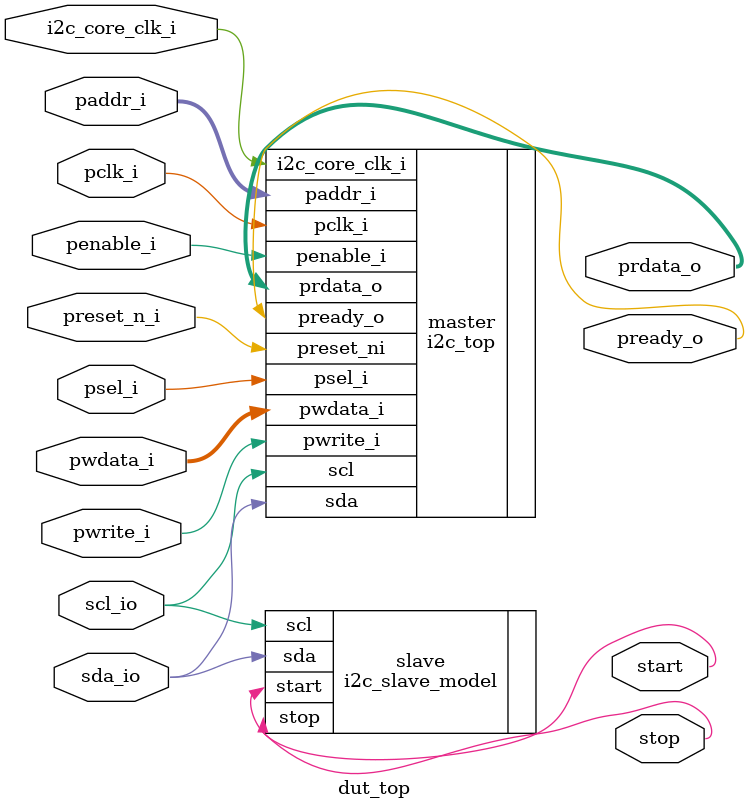
<source format=v>
module dut_top
#(
    parameter                           DATA_SIZE = 8	    ,
    parameter                           ADDR_SIZE = 8
)
(
    input                               i2c_core_clk_i      ,   // clock core of i2c
    input                               pclk_i              ,   //  APB clock
    input                               preset_n_i          ,   //  reset signal is active-LOW
    input   [ADDR_SIZE - 1 : 0]         paddr_i             ,   //  address of APB slave and register map
    input                               pwrite_i            ,   //  HIGH is write, LOW is read
    input                               psel_i              ,   //  select slave interface
    input                               penable_i           ,   //  Enable. PENABLE indicates the second and subsequent cycles of an APB transfer.
    input   [DATA_SIZE - 1 : 0]         pwdata_i            ,   //  data write

    output  [DATA_SIZE - 1 : 0]         prdata_o            ,   //  data read
    output                              pready_o            ,   //  ready to receive data
    output                              start               ,
    output                              stop                ,
    inout                               sda_io              ,
    inout                               scl_io
);

    i2c_top master(
        .i2c_core_clk_i(i2c_core_clk_i)                                                 ,
        .pclk_i(pclk_i)                                                                 ,
        .preset_ni(preset_n_i)                                                         	,
        .penable_i(penable_i)                                                           ,
        .psel_i(psel_i)                                                                 ,
        .paddr_i(paddr_i)                                                               ,
        .pwdata_i(pwdata_i)                                                             ,
        .pwrite_i(pwrite_i)                                                             ,
        .prdata_o(prdata_o)                                                             ,
        .pready_o(pready_o)                                                             ,
        .sda(sda_io)                                                                    ,
        .scl(scl_io)
    );

    i2c_slave_model slave(
        .sda(sda_io)                                                                    ,
        .scl(scl_io)                                                                    ,
        .start(start)                                                                   ,
        .stop(stop)
    );

endmodule
</source>
